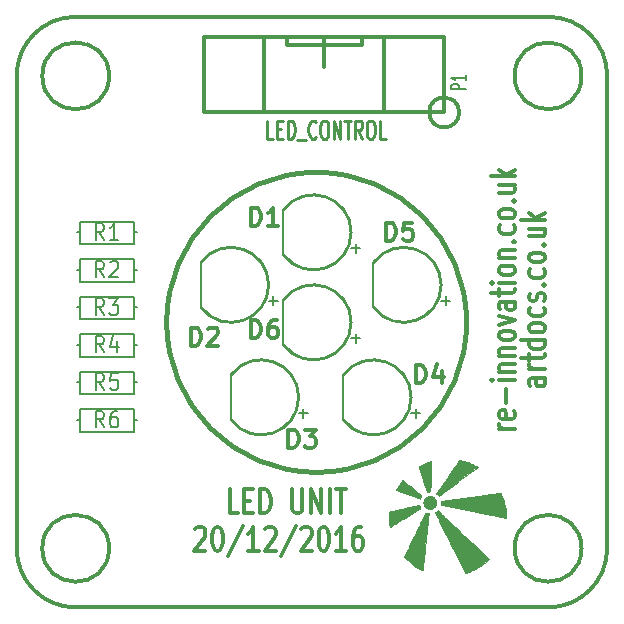
<source format=gto>
G04 #@! TF.FileFunction,Legend,Top*
%FSLAX46Y46*%
G04 Gerber Fmt 4.6, Leading zero omitted, Abs format (unit mm)*
G04 Created by KiCad (PCBNEW 4.0.4-stable) date 01/06/17 10:27:03*
%MOMM*%
%LPD*%
G01*
G04 APERTURE LIST*
%ADD10C,0.150000*%
%ADD11C,0.381000*%
%ADD12C,0.304800*%
%ADD13C,0.203200*%
%ADD14C,0.254000*%
%ADD15C,0.002540*%
%ADD16C,0.300000*%
%ADD17C,0.200000*%
G04 APERTURE END LIST*
D10*
D11*
X38100000Y24130000D02*
G75*
G03X38100000Y24130000I-12700000J0D01*
G01*
D12*
X44734238Y19431001D02*
X43669857Y19431001D01*
X43476333Y19358430D01*
X43379571Y19213287D01*
X43379571Y18923001D01*
X43476333Y18777858D01*
X44637476Y19431001D02*
X44734238Y19285858D01*
X44734238Y18923001D01*
X44637476Y18777858D01*
X44443952Y18705287D01*
X44250429Y18705287D01*
X44056905Y18777858D01*
X43960143Y18923001D01*
X43960143Y19285858D01*
X43863381Y19431001D01*
X44734238Y20156715D02*
X43379571Y20156715D01*
X43766619Y20156715D02*
X43573095Y20229287D01*
X43476333Y20301858D01*
X43379571Y20447001D01*
X43379571Y20592144D01*
X43379571Y20882430D02*
X43379571Y21463001D01*
X42702238Y21100144D02*
X44443952Y21100144D01*
X44637476Y21172716D01*
X44734238Y21317858D01*
X44734238Y21463001D01*
X44734238Y22624144D02*
X42702238Y22624144D01*
X44637476Y22624144D02*
X44734238Y22479001D01*
X44734238Y22188715D01*
X44637476Y22043573D01*
X44540714Y21971001D01*
X44347190Y21898430D01*
X43766619Y21898430D01*
X43573095Y21971001D01*
X43476333Y22043573D01*
X43379571Y22188715D01*
X43379571Y22479001D01*
X43476333Y22624144D01*
X44734238Y23567572D02*
X44637476Y23422430D01*
X44540714Y23349858D01*
X44347190Y23277287D01*
X43766619Y23277287D01*
X43573095Y23349858D01*
X43476333Y23422430D01*
X43379571Y23567572D01*
X43379571Y23785287D01*
X43476333Y23930430D01*
X43573095Y24003001D01*
X43766619Y24075572D01*
X44347190Y24075572D01*
X44540714Y24003001D01*
X44637476Y23930430D01*
X44734238Y23785287D01*
X44734238Y23567572D01*
X44637476Y25381858D02*
X44734238Y25236715D01*
X44734238Y24946429D01*
X44637476Y24801287D01*
X44540714Y24728715D01*
X44347190Y24656144D01*
X43766619Y24656144D01*
X43573095Y24728715D01*
X43476333Y24801287D01*
X43379571Y24946429D01*
X43379571Y25236715D01*
X43476333Y25381858D01*
X44637476Y25962430D02*
X44734238Y26107573D01*
X44734238Y26397858D01*
X44637476Y26543001D01*
X44443952Y26615573D01*
X44347190Y26615573D01*
X44153667Y26543001D01*
X44056905Y26397858D01*
X44056905Y26180144D01*
X43960143Y26035001D01*
X43766619Y25962430D01*
X43669857Y25962430D01*
X43476333Y26035001D01*
X43379571Y26180144D01*
X43379571Y26397858D01*
X43476333Y26543001D01*
X44540714Y27268715D02*
X44637476Y27341287D01*
X44734238Y27268715D01*
X44637476Y27196144D01*
X44540714Y27268715D01*
X44734238Y27268715D01*
X44637476Y28647572D02*
X44734238Y28502429D01*
X44734238Y28212143D01*
X44637476Y28067001D01*
X44540714Y27994429D01*
X44347190Y27921858D01*
X43766619Y27921858D01*
X43573095Y27994429D01*
X43476333Y28067001D01*
X43379571Y28212143D01*
X43379571Y28502429D01*
X43476333Y28647572D01*
X44734238Y29518429D02*
X44637476Y29373287D01*
X44540714Y29300715D01*
X44347190Y29228144D01*
X43766619Y29228144D01*
X43573095Y29300715D01*
X43476333Y29373287D01*
X43379571Y29518429D01*
X43379571Y29736144D01*
X43476333Y29881287D01*
X43573095Y29953858D01*
X43766619Y30026429D01*
X44347190Y30026429D01*
X44540714Y29953858D01*
X44637476Y29881287D01*
X44734238Y29736144D01*
X44734238Y29518429D01*
X44540714Y30679572D02*
X44637476Y30752144D01*
X44734238Y30679572D01*
X44637476Y30607001D01*
X44540714Y30679572D01*
X44734238Y30679572D01*
X43379571Y32058429D02*
X44734238Y32058429D01*
X43379571Y31405286D02*
X44443952Y31405286D01*
X44637476Y31477858D01*
X44734238Y31623000D01*
X44734238Y31840715D01*
X44637476Y31985858D01*
X44540714Y32058429D01*
X44734238Y32784143D02*
X42702238Y32784143D01*
X43960143Y32929286D02*
X44734238Y33364715D01*
X43379571Y33364715D02*
X44153667Y32784143D01*
X42194238Y15076715D02*
X40839571Y15076715D01*
X41226619Y15076715D02*
X41033095Y15149287D01*
X40936333Y15221858D01*
X40839571Y15367001D01*
X40839571Y15512144D01*
X42097476Y16600716D02*
X42194238Y16455573D01*
X42194238Y16165287D01*
X42097476Y16020144D01*
X41903952Y15947573D01*
X41129857Y15947573D01*
X40936333Y16020144D01*
X40839571Y16165287D01*
X40839571Y16455573D01*
X40936333Y16600716D01*
X41129857Y16673287D01*
X41323381Y16673287D01*
X41516905Y15947573D01*
X41420143Y17326430D02*
X41420143Y18487573D01*
X42194238Y19213287D02*
X40839571Y19213287D01*
X40162238Y19213287D02*
X40259000Y19140716D01*
X40355762Y19213287D01*
X40259000Y19285859D01*
X40162238Y19213287D01*
X40355762Y19213287D01*
X40839571Y19939001D02*
X42194238Y19939001D01*
X41033095Y19939001D02*
X40936333Y20011573D01*
X40839571Y20156715D01*
X40839571Y20374430D01*
X40936333Y20519573D01*
X41129857Y20592144D01*
X42194238Y20592144D01*
X40839571Y21317858D02*
X42194238Y21317858D01*
X41033095Y21317858D02*
X40936333Y21390430D01*
X40839571Y21535572D01*
X40839571Y21753287D01*
X40936333Y21898430D01*
X41129857Y21971001D01*
X42194238Y21971001D01*
X42194238Y22914429D02*
X42097476Y22769287D01*
X42000714Y22696715D01*
X41807190Y22624144D01*
X41226619Y22624144D01*
X41033095Y22696715D01*
X40936333Y22769287D01*
X40839571Y22914429D01*
X40839571Y23132144D01*
X40936333Y23277287D01*
X41033095Y23349858D01*
X41226619Y23422429D01*
X41807190Y23422429D01*
X42000714Y23349858D01*
X42097476Y23277287D01*
X42194238Y23132144D01*
X42194238Y22914429D01*
X40839571Y23930429D02*
X42194238Y24293286D01*
X40839571Y24656144D01*
X42194238Y25889858D02*
X41129857Y25889858D01*
X40936333Y25817287D01*
X40839571Y25672144D01*
X40839571Y25381858D01*
X40936333Y25236715D01*
X42097476Y25889858D02*
X42194238Y25744715D01*
X42194238Y25381858D01*
X42097476Y25236715D01*
X41903952Y25164144D01*
X41710429Y25164144D01*
X41516905Y25236715D01*
X41420143Y25381858D01*
X41420143Y25744715D01*
X41323381Y25889858D01*
X40839571Y26397858D02*
X40839571Y26978429D01*
X40162238Y26615572D02*
X41903952Y26615572D01*
X42097476Y26688144D01*
X42194238Y26833286D01*
X42194238Y26978429D01*
X42194238Y27486429D02*
X40839571Y27486429D01*
X40162238Y27486429D02*
X40259000Y27413858D01*
X40355762Y27486429D01*
X40259000Y27559001D01*
X40162238Y27486429D01*
X40355762Y27486429D01*
X42194238Y28429857D02*
X42097476Y28284715D01*
X42000714Y28212143D01*
X41807190Y28139572D01*
X41226619Y28139572D01*
X41033095Y28212143D01*
X40936333Y28284715D01*
X40839571Y28429857D01*
X40839571Y28647572D01*
X40936333Y28792715D01*
X41033095Y28865286D01*
X41226619Y28937857D01*
X41807190Y28937857D01*
X42000714Y28865286D01*
X42097476Y28792715D01*
X42194238Y28647572D01*
X42194238Y28429857D01*
X40839571Y29591000D02*
X42194238Y29591000D01*
X41033095Y29591000D02*
X40936333Y29663572D01*
X40839571Y29808714D01*
X40839571Y30026429D01*
X40936333Y30171572D01*
X41129857Y30244143D01*
X42194238Y30244143D01*
X42000714Y30969857D02*
X42097476Y31042429D01*
X42194238Y30969857D01*
X42097476Y30897286D01*
X42000714Y30969857D01*
X42194238Y30969857D01*
X42097476Y32348714D02*
X42194238Y32203571D01*
X42194238Y31913285D01*
X42097476Y31768143D01*
X42000714Y31695571D01*
X41807190Y31623000D01*
X41226619Y31623000D01*
X41033095Y31695571D01*
X40936333Y31768143D01*
X40839571Y31913285D01*
X40839571Y32203571D01*
X40936333Y32348714D01*
X42194238Y33219571D02*
X42097476Y33074429D01*
X42000714Y33001857D01*
X41807190Y32929286D01*
X41226619Y32929286D01*
X41033095Y33001857D01*
X40936333Y33074429D01*
X40839571Y33219571D01*
X40839571Y33437286D01*
X40936333Y33582429D01*
X41033095Y33655000D01*
X41226619Y33727571D01*
X41807190Y33727571D01*
X42000714Y33655000D01*
X42097476Y33582429D01*
X42194238Y33437286D01*
X42194238Y33219571D01*
X42000714Y34380714D02*
X42097476Y34453286D01*
X42194238Y34380714D01*
X42097476Y34308143D01*
X42000714Y34380714D01*
X42194238Y34380714D01*
X40839571Y35759571D02*
X42194238Y35759571D01*
X40839571Y35106428D02*
X41903952Y35106428D01*
X42097476Y35179000D01*
X42194238Y35324142D01*
X42194238Y35541857D01*
X42097476Y35687000D01*
X42000714Y35759571D01*
X42194238Y36485285D02*
X40162238Y36485285D01*
X41420143Y36630428D02*
X42194238Y37065857D01*
X40839571Y37065857D02*
X41613667Y36485285D01*
X15112999Y6634238D02*
X15185570Y6731000D01*
X15330713Y6827762D01*
X15693570Y6827762D01*
X15838713Y6731000D01*
X15911284Y6634238D01*
X15983856Y6440714D01*
X15983856Y6247190D01*
X15911284Y5956905D01*
X15040427Y4795762D01*
X15983856Y4795762D01*
X16927285Y6827762D02*
X17072428Y6827762D01*
X17217571Y6731000D01*
X17290142Y6634238D01*
X17362713Y6440714D01*
X17435285Y6053667D01*
X17435285Y5569857D01*
X17362713Y5182810D01*
X17290142Y4989286D01*
X17217571Y4892524D01*
X17072428Y4795762D01*
X16927285Y4795762D01*
X16782142Y4892524D01*
X16709571Y4989286D01*
X16636999Y5182810D01*
X16564428Y5569857D01*
X16564428Y6053667D01*
X16636999Y6440714D01*
X16709571Y6634238D01*
X16782142Y6731000D01*
X16927285Y6827762D01*
X19177000Y6924524D02*
X17870714Y4311952D01*
X20483285Y4795762D02*
X19612428Y4795762D01*
X20047856Y4795762D02*
X20047856Y6827762D01*
X19902713Y6537476D01*
X19757571Y6343952D01*
X19612428Y6247190D01*
X21063857Y6634238D02*
X21136428Y6731000D01*
X21281571Y6827762D01*
X21644428Y6827762D01*
X21789571Y6731000D01*
X21862142Y6634238D01*
X21934714Y6440714D01*
X21934714Y6247190D01*
X21862142Y5956905D01*
X20991285Y4795762D01*
X21934714Y4795762D01*
X23676429Y6924524D02*
X22370143Y4311952D01*
X24111857Y6634238D02*
X24184428Y6731000D01*
X24329571Y6827762D01*
X24692428Y6827762D01*
X24837571Y6731000D01*
X24910142Y6634238D01*
X24982714Y6440714D01*
X24982714Y6247190D01*
X24910142Y5956905D01*
X24039285Y4795762D01*
X24982714Y4795762D01*
X25926143Y6827762D02*
X26071286Y6827762D01*
X26216429Y6731000D01*
X26289000Y6634238D01*
X26361571Y6440714D01*
X26434143Y6053667D01*
X26434143Y5569857D01*
X26361571Y5182810D01*
X26289000Y4989286D01*
X26216429Y4892524D01*
X26071286Y4795762D01*
X25926143Y4795762D01*
X25781000Y4892524D01*
X25708429Y4989286D01*
X25635857Y5182810D01*
X25563286Y5569857D01*
X25563286Y6053667D01*
X25635857Y6440714D01*
X25708429Y6634238D01*
X25781000Y6731000D01*
X25926143Y6827762D01*
X27885572Y4795762D02*
X27014715Y4795762D01*
X27450143Y4795762D02*
X27450143Y6827762D01*
X27305000Y6537476D01*
X27159858Y6343952D01*
X27014715Y6247190D01*
X29191858Y6827762D02*
X28901572Y6827762D01*
X28756429Y6731000D01*
X28683858Y6634238D01*
X28538715Y6343952D01*
X28466144Y5956905D01*
X28466144Y5182810D01*
X28538715Y4989286D01*
X28611287Y4892524D01*
X28756429Y4795762D01*
X29046715Y4795762D01*
X29191858Y4892524D01*
X29264429Y4989286D01*
X29337001Y5182810D01*
X29337001Y5666619D01*
X29264429Y5860143D01*
X29191858Y5956905D01*
X29046715Y6053667D01*
X28756429Y6053667D01*
X28611287Y5956905D01*
X28538715Y5860143D01*
X28466144Y5666619D01*
X18759715Y7970762D02*
X18034001Y7970762D01*
X18034001Y10002762D01*
X19267715Y9035143D02*
X19775715Y9035143D01*
X19993429Y7970762D02*
X19267715Y7970762D01*
X19267715Y10002762D01*
X19993429Y10002762D01*
X20646572Y7970762D02*
X20646572Y10002762D01*
X21009429Y10002762D01*
X21227144Y9906000D01*
X21372286Y9712476D01*
X21444858Y9518952D01*
X21517429Y9131905D01*
X21517429Y8841619D01*
X21444858Y8454571D01*
X21372286Y8261048D01*
X21227144Y8067524D01*
X21009429Y7970762D01*
X20646572Y7970762D01*
X23331715Y10002762D02*
X23331715Y8357810D01*
X23404287Y8164286D01*
X23476858Y8067524D01*
X23622001Y7970762D01*
X23912287Y7970762D01*
X24057429Y8067524D01*
X24130001Y8164286D01*
X24202572Y8357810D01*
X24202572Y10002762D01*
X24928286Y7970762D02*
X24928286Y10002762D01*
X25799143Y7970762D01*
X25799143Y10002762D01*
X26524857Y7970762D02*
X26524857Y10002762D01*
X27032857Y10002762D02*
X27903714Y10002762D01*
X27468285Y7970762D02*
X27468285Y10002762D01*
D13*
X22555200Y33655000D02*
X22555200Y29845000D01*
D14*
X22608003Y29842332D02*
G75*
G03X22606000Y33655000I2537997J1907668D01*
G01*
D13*
X15570200Y29210000D02*
X15570200Y25400000D01*
D14*
X15623003Y25397332D02*
G75*
G03X15621000Y29210000I2537997J1907668D01*
G01*
D13*
X18110200Y19685000D02*
X18110200Y15875000D01*
D14*
X18163003Y15872332D02*
G75*
G03X18161000Y19685000I2537997J1907668D01*
G01*
D13*
X27635200Y19685000D02*
X27635200Y15875000D01*
D14*
X27688003Y15872332D02*
G75*
G03X27686000Y19685000I2537997J1907668D01*
G01*
D13*
X30175200Y29210000D02*
X30175200Y25400000D01*
D14*
X30228003Y25397332D02*
G75*
G03X30226000Y29210000I2537997J1907668D01*
G01*
D13*
X22555200Y26035000D02*
X22555200Y22225000D01*
D14*
X22608003Y22222332D02*
G75*
G03X22606000Y26035000I2537997J1907668D01*
G01*
D15*
G36*
X39959280Y4069080D02*
X39893240Y4005580D01*
X39710360Y3845560D01*
X39512240Y3688080D01*
X39301420Y3538220D01*
X39080440Y3395980D01*
X38856920Y3263900D01*
X38630860Y3147060D01*
X38404800Y3045460D01*
X38359080Y3025140D01*
X38313360Y3007360D01*
X38262560Y2987040D01*
X38206680Y2966720D01*
X38150800Y2946400D01*
X38100000Y2926080D01*
X38054280Y2910840D01*
X38021260Y2900680D01*
X38000940Y2895600D01*
X37998400Y2895600D01*
X37993320Y2903220D01*
X37980620Y2931160D01*
X37957760Y2971800D01*
X37929820Y3030220D01*
X37891720Y3103880D01*
X37846000Y3192780D01*
X37795200Y3294380D01*
X37736780Y3408680D01*
X37673280Y3533140D01*
X37604700Y3672840D01*
X37528500Y3820160D01*
X37449760Y3980180D01*
X37363400Y4147820D01*
X37277040Y4325620D01*
X37183060Y4511040D01*
X37086540Y4704080D01*
X36987480Y4902200D01*
X36883340Y5107940D01*
X36779200Y5316220D01*
X36703000Y5466080D01*
X36596320Y5679440D01*
X36492180Y5890260D01*
X36390580Y6093460D01*
X36294060Y6289040D01*
X36197540Y6479540D01*
X36106100Y6662420D01*
X36019740Y6837680D01*
X35938460Y7002780D01*
X35859720Y7160260D01*
X35788600Y7305040D01*
X35720020Y7439660D01*
X35659060Y7564120D01*
X35605720Y7673340D01*
X35557460Y7772400D01*
X35516820Y7856220D01*
X35481260Y7924800D01*
X35455860Y7978140D01*
X35438080Y8016240D01*
X35427920Y8036560D01*
X35425380Y8041640D01*
X35445700Y8051800D01*
X35476180Y8069580D01*
X35511740Y8094980D01*
X35549840Y8122920D01*
X35582860Y8150860D01*
X35608260Y8171180D01*
X35659060Y8216900D01*
X35803840Y8079740D01*
X35824160Y8059420D01*
X35857180Y8028940D01*
X35902900Y7983220D01*
X35961320Y7927340D01*
X36032440Y7858760D01*
X36116260Y7780020D01*
X36207700Y7691120D01*
X36309300Y7592060D01*
X36421060Y7482840D01*
X36542980Y7366000D01*
X36669980Y7244080D01*
X36807140Y7112000D01*
X36949380Y6974840D01*
X37099240Y6830060D01*
X37254180Y6682740D01*
X37411660Y6527800D01*
X37576760Y6370320D01*
X37744400Y6210300D01*
X37912040Y6045200D01*
X37955220Y6004560D01*
X39959280Y4069080D01*
X39959280Y4069080D01*
X39959280Y4069080D01*
G37*
X39959280Y4069080D02*
X39893240Y4005580D01*
X39710360Y3845560D01*
X39512240Y3688080D01*
X39301420Y3538220D01*
X39080440Y3395980D01*
X38856920Y3263900D01*
X38630860Y3147060D01*
X38404800Y3045460D01*
X38359080Y3025140D01*
X38313360Y3007360D01*
X38262560Y2987040D01*
X38206680Y2966720D01*
X38150800Y2946400D01*
X38100000Y2926080D01*
X38054280Y2910840D01*
X38021260Y2900680D01*
X38000940Y2895600D01*
X37998400Y2895600D01*
X37993320Y2903220D01*
X37980620Y2931160D01*
X37957760Y2971800D01*
X37929820Y3030220D01*
X37891720Y3103880D01*
X37846000Y3192780D01*
X37795200Y3294380D01*
X37736780Y3408680D01*
X37673280Y3533140D01*
X37604700Y3672840D01*
X37528500Y3820160D01*
X37449760Y3980180D01*
X37363400Y4147820D01*
X37277040Y4325620D01*
X37183060Y4511040D01*
X37086540Y4704080D01*
X36987480Y4902200D01*
X36883340Y5107940D01*
X36779200Y5316220D01*
X36703000Y5466080D01*
X36596320Y5679440D01*
X36492180Y5890260D01*
X36390580Y6093460D01*
X36294060Y6289040D01*
X36197540Y6479540D01*
X36106100Y6662420D01*
X36019740Y6837680D01*
X35938460Y7002780D01*
X35859720Y7160260D01*
X35788600Y7305040D01*
X35720020Y7439660D01*
X35659060Y7564120D01*
X35605720Y7673340D01*
X35557460Y7772400D01*
X35516820Y7856220D01*
X35481260Y7924800D01*
X35455860Y7978140D01*
X35438080Y8016240D01*
X35427920Y8036560D01*
X35425380Y8041640D01*
X35445700Y8051800D01*
X35476180Y8069580D01*
X35511740Y8094980D01*
X35549840Y8122920D01*
X35582860Y8150860D01*
X35608260Y8171180D01*
X35659060Y8216900D01*
X35803840Y8079740D01*
X35824160Y8059420D01*
X35857180Y8028940D01*
X35902900Y7983220D01*
X35961320Y7927340D01*
X36032440Y7858760D01*
X36116260Y7780020D01*
X36207700Y7691120D01*
X36309300Y7592060D01*
X36421060Y7482840D01*
X36542980Y7366000D01*
X36669980Y7244080D01*
X36807140Y7112000D01*
X36949380Y6974840D01*
X37099240Y6830060D01*
X37254180Y6682740D01*
X37411660Y6527800D01*
X37576760Y6370320D01*
X37744400Y6210300D01*
X37912040Y6045200D01*
X37955220Y6004560D01*
X39959280Y4069080D01*
X39959280Y4069080D01*
G36*
X34889440Y7950200D02*
X34884360Y7914640D01*
X34881820Y7901940D01*
X34879280Y7871460D01*
X34874200Y7820660D01*
X34866580Y7752080D01*
X34858960Y7668260D01*
X34848800Y7569200D01*
X34836100Y7454900D01*
X34820860Y7327900D01*
X34808160Y7188200D01*
X34790380Y7035800D01*
X34775140Y6873240D01*
X34754820Y6697980D01*
X34737040Y6517640D01*
X34716720Y6324600D01*
X34696400Y6126480D01*
X34673540Y5923280D01*
X34653220Y5712460D01*
X34635440Y5544820D01*
X34607500Y5285740D01*
X34582100Y5046980D01*
X34559240Y4823460D01*
X34538920Y4620260D01*
X34518600Y4434840D01*
X34500820Y4264660D01*
X34483040Y4109720D01*
X34467800Y3967480D01*
X34455100Y3843020D01*
X34444940Y3728720D01*
X34432240Y3627120D01*
X34424620Y3540760D01*
X34414460Y3462020D01*
X34406840Y3393440D01*
X34401760Y3337560D01*
X34396680Y3289300D01*
X34391600Y3246120D01*
X34386520Y3213100D01*
X34383980Y3187700D01*
X34381440Y3167380D01*
X34378900Y3152140D01*
X34378900Y3139440D01*
X34376360Y3131820D01*
X34376360Y3126740D01*
X34373820Y3126740D01*
X34373820Y3124200D01*
X34371280Y3124200D01*
X34371280Y3124200D01*
X34361120Y3129280D01*
X34335720Y3141980D01*
X34300160Y3159760D01*
X34254440Y3182620D01*
X34223960Y3197860D01*
X33947100Y3355340D01*
X33682940Y3525520D01*
X33434020Y3708400D01*
X33197800Y3903980D01*
X32979360Y4112260D01*
X32951420Y4137660D01*
X32910780Y4180840D01*
X32875220Y4218940D01*
X32847280Y4251960D01*
X32826960Y4272280D01*
X32819340Y4282440D01*
X32819340Y4284980D01*
X32824420Y4292600D01*
X32837120Y4320540D01*
X32857440Y4363720D01*
X32885380Y4422140D01*
X32918400Y4495800D01*
X32959040Y4582160D01*
X33007300Y4683760D01*
X33060640Y4795520D01*
X33119060Y4919980D01*
X33182560Y5054600D01*
X33251140Y5196840D01*
X33322260Y5349240D01*
X33398460Y5511800D01*
X33477200Y5679440D01*
X33561020Y5852160D01*
X33644840Y6029960D01*
X33705800Y6156960D01*
X33792160Y6337300D01*
X33875980Y6515100D01*
X33957260Y6687820D01*
X34036000Y6852920D01*
X34109660Y7010400D01*
X34180780Y7160260D01*
X34249360Y7302500D01*
X34310320Y7432040D01*
X34368740Y7551420D01*
X34419540Y7660640D01*
X34465260Y7757160D01*
X34503360Y7840980D01*
X34536380Y7909560D01*
X34561780Y7962900D01*
X34579560Y8001000D01*
X34589720Y8023860D01*
X34592260Y8028940D01*
X34602420Y8028940D01*
X34625280Y8021320D01*
X34655760Y8011160D01*
X34696400Y7995920D01*
X34744660Y7983220D01*
X34795460Y7970520D01*
X34803080Y7967980D01*
X34889440Y7950200D01*
X34889440Y7950200D01*
X34889440Y7950200D01*
G37*
X34889440Y7950200D02*
X34884360Y7914640D01*
X34881820Y7901940D01*
X34879280Y7871460D01*
X34874200Y7820660D01*
X34866580Y7752080D01*
X34858960Y7668260D01*
X34848800Y7569200D01*
X34836100Y7454900D01*
X34820860Y7327900D01*
X34808160Y7188200D01*
X34790380Y7035800D01*
X34775140Y6873240D01*
X34754820Y6697980D01*
X34737040Y6517640D01*
X34716720Y6324600D01*
X34696400Y6126480D01*
X34673540Y5923280D01*
X34653220Y5712460D01*
X34635440Y5544820D01*
X34607500Y5285740D01*
X34582100Y5046980D01*
X34559240Y4823460D01*
X34538920Y4620260D01*
X34518600Y4434840D01*
X34500820Y4264660D01*
X34483040Y4109720D01*
X34467800Y3967480D01*
X34455100Y3843020D01*
X34444940Y3728720D01*
X34432240Y3627120D01*
X34424620Y3540760D01*
X34414460Y3462020D01*
X34406840Y3393440D01*
X34401760Y3337560D01*
X34396680Y3289300D01*
X34391600Y3246120D01*
X34386520Y3213100D01*
X34383980Y3187700D01*
X34381440Y3167380D01*
X34378900Y3152140D01*
X34378900Y3139440D01*
X34376360Y3131820D01*
X34376360Y3126740D01*
X34373820Y3126740D01*
X34373820Y3124200D01*
X34371280Y3124200D01*
X34371280Y3124200D01*
X34361120Y3129280D01*
X34335720Y3141980D01*
X34300160Y3159760D01*
X34254440Y3182620D01*
X34223960Y3197860D01*
X33947100Y3355340D01*
X33682940Y3525520D01*
X33434020Y3708400D01*
X33197800Y3903980D01*
X32979360Y4112260D01*
X32951420Y4137660D01*
X32910780Y4180840D01*
X32875220Y4218940D01*
X32847280Y4251960D01*
X32826960Y4272280D01*
X32819340Y4282440D01*
X32819340Y4284980D01*
X32824420Y4292600D01*
X32837120Y4320540D01*
X32857440Y4363720D01*
X32885380Y4422140D01*
X32918400Y4495800D01*
X32959040Y4582160D01*
X33007300Y4683760D01*
X33060640Y4795520D01*
X33119060Y4919980D01*
X33182560Y5054600D01*
X33251140Y5196840D01*
X33322260Y5349240D01*
X33398460Y5511800D01*
X33477200Y5679440D01*
X33561020Y5852160D01*
X33644840Y6029960D01*
X33705800Y6156960D01*
X33792160Y6337300D01*
X33875980Y6515100D01*
X33957260Y6687820D01*
X34036000Y6852920D01*
X34109660Y7010400D01*
X34180780Y7160260D01*
X34249360Y7302500D01*
X34310320Y7432040D01*
X34368740Y7551420D01*
X34419540Y7660640D01*
X34465260Y7757160D01*
X34503360Y7840980D01*
X34536380Y7909560D01*
X34561780Y7962900D01*
X34579560Y8001000D01*
X34589720Y8023860D01*
X34592260Y8028940D01*
X34602420Y8028940D01*
X34625280Y8021320D01*
X34655760Y8011160D01*
X34696400Y7995920D01*
X34744660Y7983220D01*
X34795460Y7970520D01*
X34803080Y7967980D01*
X34889440Y7950200D01*
X34889440Y7950200D01*
G36*
X34193480Y8399780D02*
X34193480Y8394700D01*
X34183320Y8389620D01*
X34160460Y8371840D01*
X34119820Y8348980D01*
X34066480Y8315960D01*
X34000440Y8275320D01*
X33924240Y8227060D01*
X33835340Y8173720D01*
X33741360Y8112760D01*
X33634680Y8049260D01*
X33525460Y7980680D01*
X33408620Y7909560D01*
X33286700Y7833360D01*
X33162240Y7757160D01*
X33035240Y7678420D01*
X32905700Y7597140D01*
X32776160Y7518400D01*
X32649160Y7439660D01*
X32524700Y7363460D01*
X32402780Y7287260D01*
X32285940Y7216140D01*
X32174180Y7147560D01*
X32070040Y7081520D01*
X31970980Y7023100D01*
X31884620Y6967220D01*
X31805880Y6918960D01*
X31739840Y6878320D01*
X31683960Y6845300D01*
X31643320Y6819900D01*
X31617920Y6804660D01*
X31607760Y6799580D01*
X31602680Y6804660D01*
X31597600Y6827520D01*
X31592520Y6860540D01*
X31589980Y6863080D01*
X31567120Y7048500D01*
X31549340Y7241540D01*
X31541720Y7447280D01*
X31539180Y7569200D01*
X31541720Y7635240D01*
X31541720Y7706360D01*
X31544260Y7780020D01*
X31546800Y7853680D01*
X31549340Y7919720D01*
X31551880Y7983220D01*
X31556960Y8034020D01*
X31559500Y8074660D01*
X31562040Y8097520D01*
X31564580Y8102600D01*
X31574740Y8105140D01*
X31602680Y8112760D01*
X31648400Y8122920D01*
X31709360Y8138160D01*
X31783020Y8153400D01*
X31869380Y8173720D01*
X31965900Y8196580D01*
X32072580Y8221980D01*
X32186880Y8247380D01*
X32308800Y8275320D01*
X32438340Y8305800D01*
X32567880Y8333740D01*
X32702500Y8364220D01*
X32837120Y8394700D01*
X32971740Y8427720D01*
X33106360Y8455660D01*
X33235900Y8486140D01*
X33360360Y8514080D01*
X33479740Y8542020D01*
X33594040Y8567420D01*
X33695640Y8590280D01*
X33789620Y8610600D01*
X33870900Y8630920D01*
X33939480Y8646160D01*
X33995360Y8656320D01*
X34033460Y8666480D01*
X34056320Y8671560D01*
X34056320Y8671560D01*
X34074100Y8674100D01*
X34086800Y8669020D01*
X34094420Y8653780D01*
X34104580Y8623300D01*
X34114740Y8590280D01*
X34132520Y8544560D01*
X34152840Y8498840D01*
X34160460Y8486140D01*
X34178240Y8448040D01*
X34188400Y8417560D01*
X34193480Y8399780D01*
X34193480Y8399780D01*
X34193480Y8399780D01*
G37*
X34193480Y8399780D02*
X34193480Y8394700D01*
X34183320Y8389620D01*
X34160460Y8371840D01*
X34119820Y8348980D01*
X34066480Y8315960D01*
X34000440Y8275320D01*
X33924240Y8227060D01*
X33835340Y8173720D01*
X33741360Y8112760D01*
X33634680Y8049260D01*
X33525460Y7980680D01*
X33408620Y7909560D01*
X33286700Y7833360D01*
X33162240Y7757160D01*
X33035240Y7678420D01*
X32905700Y7597140D01*
X32776160Y7518400D01*
X32649160Y7439660D01*
X32524700Y7363460D01*
X32402780Y7287260D01*
X32285940Y7216140D01*
X32174180Y7147560D01*
X32070040Y7081520D01*
X31970980Y7023100D01*
X31884620Y6967220D01*
X31805880Y6918960D01*
X31739840Y6878320D01*
X31683960Y6845300D01*
X31643320Y6819900D01*
X31617920Y6804660D01*
X31607760Y6799580D01*
X31602680Y6804660D01*
X31597600Y6827520D01*
X31592520Y6860540D01*
X31589980Y6863080D01*
X31567120Y7048500D01*
X31549340Y7241540D01*
X31541720Y7447280D01*
X31539180Y7569200D01*
X31541720Y7635240D01*
X31541720Y7706360D01*
X31544260Y7780020D01*
X31546800Y7853680D01*
X31549340Y7919720D01*
X31551880Y7983220D01*
X31556960Y8034020D01*
X31559500Y8074660D01*
X31562040Y8097520D01*
X31564580Y8102600D01*
X31574740Y8105140D01*
X31602680Y8112760D01*
X31648400Y8122920D01*
X31709360Y8138160D01*
X31783020Y8153400D01*
X31869380Y8173720D01*
X31965900Y8196580D01*
X32072580Y8221980D01*
X32186880Y8247380D01*
X32308800Y8275320D01*
X32438340Y8305800D01*
X32567880Y8333740D01*
X32702500Y8364220D01*
X32837120Y8394700D01*
X32971740Y8427720D01*
X33106360Y8455660D01*
X33235900Y8486140D01*
X33360360Y8514080D01*
X33479740Y8542020D01*
X33594040Y8567420D01*
X33695640Y8590280D01*
X33789620Y8610600D01*
X33870900Y8630920D01*
X33939480Y8646160D01*
X33995360Y8656320D01*
X34033460Y8666480D01*
X34056320Y8671560D01*
X34056320Y8671560D01*
X34074100Y8674100D01*
X34086800Y8669020D01*
X34094420Y8653780D01*
X34104580Y8623300D01*
X34114740Y8590280D01*
X34132520Y8544560D01*
X34152840Y8498840D01*
X34160460Y8486140D01*
X34178240Y8448040D01*
X34188400Y8417560D01*
X34193480Y8399780D01*
X34193480Y8399780D01*
G36*
X41450260Y7693660D02*
X41450260Y7642860D01*
X41447720Y7609840D01*
X41445180Y7589520D01*
X41442640Y7579360D01*
X41435020Y7576820D01*
X41432480Y7576820D01*
X41422320Y7579360D01*
X41391840Y7584440D01*
X41343580Y7594600D01*
X41277540Y7607300D01*
X41196260Y7622540D01*
X41099740Y7642860D01*
X40987980Y7665720D01*
X40860980Y7691120D01*
X40721280Y7719060D01*
X40568880Y7749540D01*
X40406320Y7782560D01*
X40231060Y7815580D01*
X40048180Y7853680D01*
X39855140Y7891780D01*
X39651940Y7932420D01*
X39443660Y7975600D01*
X39225220Y8018780D01*
X39001700Y8064500D01*
X38775640Y8110220D01*
X38699440Y8125460D01*
X38470840Y8171180D01*
X38244780Y8216900D01*
X38026340Y8262620D01*
X37812980Y8303260D01*
X37607240Y8346440D01*
X37411660Y8384540D01*
X37223700Y8422640D01*
X37045900Y8460740D01*
X36875720Y8493760D01*
X36720780Y8524240D01*
X36576000Y8554720D01*
X36443920Y8580120D01*
X36327080Y8605520D01*
X36222940Y8625840D01*
X36136580Y8643620D01*
X36062920Y8656320D01*
X36009580Y8669020D01*
X35971480Y8676640D01*
X35953700Y8679180D01*
X35951160Y8679180D01*
X35930840Y8684260D01*
X35923220Y8694420D01*
X35923220Y8712200D01*
X35925760Y8727440D01*
X35928300Y8755380D01*
X35930840Y8796020D01*
X35930840Y8846820D01*
X35930840Y8879840D01*
X35930840Y8991600D01*
X38437820Y9344660D01*
X38658800Y9375140D01*
X38877240Y9405620D01*
X39088060Y9436100D01*
X39291260Y9464040D01*
X39486840Y9491980D01*
X39674800Y9517380D01*
X39855140Y9542780D01*
X40022780Y9568180D01*
X40180260Y9588500D01*
X40327580Y9611360D01*
X40459660Y9629140D01*
X40579040Y9646920D01*
X40685720Y9662160D01*
X40774620Y9674860D01*
X40848280Y9685020D01*
X40906700Y9692640D01*
X40944800Y9697720D01*
X40967660Y9700260D01*
X40970200Y9702800D01*
X40982900Y9702800D01*
X40990520Y9697720D01*
X41000680Y9685020D01*
X41013380Y9662160D01*
X41031160Y9624060D01*
X41038780Y9603740D01*
X41135300Y9352280D01*
X41221660Y9088120D01*
X41297860Y8816340D01*
X41356280Y8539480D01*
X41399460Y8288020D01*
X41412160Y8186420D01*
X41424860Y8079740D01*
X41435020Y7973060D01*
X41442640Y7868920D01*
X41447720Y7774940D01*
X41450260Y7696200D01*
X41450260Y7693660D01*
X41450260Y7693660D01*
X41450260Y7693660D01*
G37*
X41450260Y7693660D02*
X41450260Y7642860D01*
X41447720Y7609840D01*
X41445180Y7589520D01*
X41442640Y7579360D01*
X41435020Y7576820D01*
X41432480Y7576820D01*
X41422320Y7579360D01*
X41391840Y7584440D01*
X41343580Y7594600D01*
X41277540Y7607300D01*
X41196260Y7622540D01*
X41099740Y7642860D01*
X40987980Y7665720D01*
X40860980Y7691120D01*
X40721280Y7719060D01*
X40568880Y7749540D01*
X40406320Y7782560D01*
X40231060Y7815580D01*
X40048180Y7853680D01*
X39855140Y7891780D01*
X39651940Y7932420D01*
X39443660Y7975600D01*
X39225220Y8018780D01*
X39001700Y8064500D01*
X38775640Y8110220D01*
X38699440Y8125460D01*
X38470840Y8171180D01*
X38244780Y8216900D01*
X38026340Y8262620D01*
X37812980Y8303260D01*
X37607240Y8346440D01*
X37411660Y8384540D01*
X37223700Y8422640D01*
X37045900Y8460740D01*
X36875720Y8493760D01*
X36720780Y8524240D01*
X36576000Y8554720D01*
X36443920Y8580120D01*
X36327080Y8605520D01*
X36222940Y8625840D01*
X36136580Y8643620D01*
X36062920Y8656320D01*
X36009580Y8669020D01*
X35971480Y8676640D01*
X35953700Y8679180D01*
X35951160Y8679180D01*
X35930840Y8684260D01*
X35923220Y8694420D01*
X35923220Y8712200D01*
X35925760Y8727440D01*
X35928300Y8755380D01*
X35930840Y8796020D01*
X35930840Y8846820D01*
X35930840Y8879840D01*
X35930840Y8991600D01*
X38437820Y9344660D01*
X38658800Y9375140D01*
X38877240Y9405620D01*
X39088060Y9436100D01*
X39291260Y9464040D01*
X39486840Y9491980D01*
X39674800Y9517380D01*
X39855140Y9542780D01*
X40022780Y9568180D01*
X40180260Y9588500D01*
X40327580Y9611360D01*
X40459660Y9629140D01*
X40579040Y9646920D01*
X40685720Y9662160D01*
X40774620Y9674860D01*
X40848280Y9685020D01*
X40906700Y9692640D01*
X40944800Y9697720D01*
X40967660Y9700260D01*
X40970200Y9702800D01*
X40982900Y9702800D01*
X40990520Y9697720D01*
X41000680Y9685020D01*
X41013380Y9662160D01*
X41031160Y9624060D01*
X41038780Y9603740D01*
X41135300Y9352280D01*
X41221660Y9088120D01*
X41297860Y8816340D01*
X41356280Y8539480D01*
X41399460Y8288020D01*
X41412160Y8186420D01*
X41424860Y8079740D01*
X41435020Y7973060D01*
X41442640Y7868920D01*
X41447720Y7774940D01*
X41450260Y7696200D01*
X41450260Y7693660D01*
X41450260Y7693660D01*
G36*
X35526980Y8882380D02*
X35516820Y8788400D01*
X35491420Y8696960D01*
X35450780Y8610600D01*
X35394900Y8531860D01*
X35326320Y8465820D01*
X35247580Y8409940D01*
X35158680Y8369300D01*
X35130740Y8361680D01*
X35069780Y8348980D01*
X35006280Y8341360D01*
X34952940Y8341360D01*
X34945320Y8341360D01*
X34838640Y8361680D01*
X34742120Y8399780D01*
X34655760Y8453120D01*
X34582100Y8519160D01*
X34521140Y8600440D01*
X34475420Y8694420D01*
X34467800Y8712200D01*
X34457640Y8750300D01*
X34450020Y8785860D01*
X34447480Y8826500D01*
X34444940Y8879840D01*
X34444940Y8890000D01*
X34447480Y8943340D01*
X34450020Y8983980D01*
X34455100Y9014460D01*
X34465260Y9047480D01*
X34472880Y9067800D01*
X34521140Y9164320D01*
X34582100Y9248140D01*
X34655760Y9314180D01*
X34739580Y9367520D01*
X34833560Y9403080D01*
X34932620Y9420860D01*
X35024060Y9423400D01*
X35123120Y9405620D01*
X35217100Y9372600D01*
X35300920Y9321800D01*
X35374580Y9258300D01*
X35435540Y9179560D01*
X35483800Y9090660D01*
X35514280Y8989060D01*
X35516820Y8978900D01*
X35526980Y8882380D01*
X35526980Y8882380D01*
X35526980Y8882380D01*
G37*
X35526980Y8882380D02*
X35516820Y8788400D01*
X35491420Y8696960D01*
X35450780Y8610600D01*
X35394900Y8531860D01*
X35326320Y8465820D01*
X35247580Y8409940D01*
X35158680Y8369300D01*
X35130740Y8361680D01*
X35069780Y8348980D01*
X35006280Y8341360D01*
X34952940Y8341360D01*
X34945320Y8341360D01*
X34838640Y8361680D01*
X34742120Y8399780D01*
X34655760Y8453120D01*
X34582100Y8519160D01*
X34521140Y8600440D01*
X34475420Y8694420D01*
X34467800Y8712200D01*
X34457640Y8750300D01*
X34450020Y8785860D01*
X34447480Y8826500D01*
X34444940Y8879840D01*
X34444940Y8890000D01*
X34447480Y8943340D01*
X34450020Y8983980D01*
X34455100Y9014460D01*
X34465260Y9047480D01*
X34472880Y9067800D01*
X34521140Y9164320D01*
X34582100Y9248140D01*
X34655760Y9314180D01*
X34739580Y9367520D01*
X34833560Y9403080D01*
X34932620Y9420860D01*
X35024060Y9423400D01*
X35123120Y9405620D01*
X35217100Y9372600D01*
X35300920Y9321800D01*
X35374580Y9258300D01*
X35435540Y9179560D01*
X35483800Y9090660D01*
X35514280Y8989060D01*
X35516820Y8978900D01*
X35526980Y8882380D01*
X35526980Y8882380D01*
G36*
X34277300Y9479280D02*
X34274760Y9471660D01*
X34262060Y9448800D01*
X34241740Y9418320D01*
X34231580Y9400540D01*
X34206180Y9359900D01*
X34180780Y9314180D01*
X34163000Y9278620D01*
X34160460Y9271000D01*
X34145220Y9240520D01*
X34132520Y9222740D01*
X34124900Y9215120D01*
X34114740Y9220200D01*
X34086800Y9230360D01*
X34043620Y9245600D01*
X33982660Y9265920D01*
X33909000Y9293860D01*
X33822640Y9324340D01*
X33726120Y9359900D01*
X33619440Y9398000D01*
X33502600Y9441180D01*
X33378140Y9486900D01*
X33248600Y9535160D01*
X33119060Y9580880D01*
X32984440Y9629140D01*
X32854900Y9677400D01*
X32732980Y9723120D01*
X32616140Y9763760D01*
X32509460Y9804400D01*
X32415480Y9837420D01*
X32329120Y9870440D01*
X32258000Y9895840D01*
X32199580Y9916160D01*
X32156400Y9931400D01*
X32131000Y9941560D01*
X32123380Y9944100D01*
X32123380Y9954260D01*
X32133540Y9974580D01*
X32151320Y10007600D01*
X32174180Y10048240D01*
X32197040Y10093960D01*
X32222440Y10139680D01*
X32247840Y10182860D01*
X32268160Y10213340D01*
X32298640Y10261600D01*
X32334200Y10317480D01*
X32374840Y10378440D01*
X32418020Y10441940D01*
X32463740Y10505440D01*
X32506920Y10566400D01*
X32550100Y10624820D01*
X32588200Y10678160D01*
X32623760Y10721340D01*
X32649160Y10756900D01*
X32669480Y10777220D01*
X32677100Y10784840D01*
X32687260Y10779760D01*
X32710120Y10761980D01*
X32743140Y10731500D01*
X32791400Y10693400D01*
X32849820Y10647680D01*
X32915860Y10594340D01*
X32992060Y10533380D01*
X33073340Y10467340D01*
X33159700Y10396220D01*
X33251140Y10322560D01*
X33345120Y10243820D01*
X33441640Y10167620D01*
X33538160Y10086340D01*
X33632140Y10010140D01*
X33726120Y9933940D01*
X33817560Y9857740D01*
X33903920Y9789160D01*
X33982660Y9723120D01*
X34056320Y9662160D01*
X34122360Y9608820D01*
X34175700Y9565640D01*
X34221420Y9527540D01*
X34254440Y9499600D01*
X34272220Y9484360D01*
X34277300Y9479280D01*
X34277300Y9479280D01*
X34277300Y9479280D01*
G37*
X34277300Y9479280D02*
X34274760Y9471660D01*
X34262060Y9448800D01*
X34241740Y9418320D01*
X34231580Y9400540D01*
X34206180Y9359900D01*
X34180780Y9314180D01*
X34163000Y9278620D01*
X34160460Y9271000D01*
X34145220Y9240520D01*
X34132520Y9222740D01*
X34124900Y9215120D01*
X34114740Y9220200D01*
X34086800Y9230360D01*
X34043620Y9245600D01*
X33982660Y9265920D01*
X33909000Y9293860D01*
X33822640Y9324340D01*
X33726120Y9359900D01*
X33619440Y9398000D01*
X33502600Y9441180D01*
X33378140Y9486900D01*
X33248600Y9535160D01*
X33119060Y9580880D01*
X32984440Y9629140D01*
X32854900Y9677400D01*
X32732980Y9723120D01*
X32616140Y9763760D01*
X32509460Y9804400D01*
X32415480Y9837420D01*
X32329120Y9870440D01*
X32258000Y9895840D01*
X32199580Y9916160D01*
X32156400Y9931400D01*
X32131000Y9941560D01*
X32123380Y9944100D01*
X32123380Y9954260D01*
X32133540Y9974580D01*
X32151320Y10007600D01*
X32174180Y10048240D01*
X32197040Y10093960D01*
X32222440Y10139680D01*
X32247840Y10182860D01*
X32268160Y10213340D01*
X32298640Y10261600D01*
X32334200Y10317480D01*
X32374840Y10378440D01*
X32418020Y10441940D01*
X32463740Y10505440D01*
X32506920Y10566400D01*
X32550100Y10624820D01*
X32588200Y10678160D01*
X32623760Y10721340D01*
X32649160Y10756900D01*
X32669480Y10777220D01*
X32677100Y10784840D01*
X32687260Y10779760D01*
X32710120Y10761980D01*
X32743140Y10731500D01*
X32791400Y10693400D01*
X32849820Y10647680D01*
X32915860Y10594340D01*
X32992060Y10533380D01*
X33073340Y10467340D01*
X33159700Y10396220D01*
X33251140Y10322560D01*
X33345120Y10243820D01*
X33441640Y10167620D01*
X33538160Y10086340D01*
X33632140Y10010140D01*
X33726120Y9933940D01*
X33817560Y9857740D01*
X33903920Y9789160D01*
X33982660Y9723120D01*
X34056320Y9662160D01*
X34122360Y9608820D01*
X34175700Y9565640D01*
X34221420Y9527540D01*
X34254440Y9499600D01*
X34272220Y9484360D01*
X34277300Y9479280D01*
X34277300Y9479280D01*
G36*
X39049960Y11879580D02*
X37409120Y10660380D01*
X37249100Y10541000D01*
X37091620Y10424160D01*
X36939220Y10309860D01*
X36794440Y10203180D01*
X36654740Y10099040D01*
X36522660Y9999980D01*
X36398200Y9908540D01*
X36281360Y9822180D01*
X36177220Y9743440D01*
X36080700Y9672320D01*
X35996880Y9611360D01*
X35923220Y9555480D01*
X35864800Y9512300D01*
X35816540Y9476740D01*
X35783520Y9453880D01*
X35765740Y9441180D01*
X35763200Y9438640D01*
X35753040Y9443720D01*
X35732720Y9461500D01*
X35704780Y9489440D01*
X35679380Y9514840D01*
X35646360Y9547860D01*
X35610800Y9580880D01*
X35585400Y9606280D01*
X35572700Y9616440D01*
X35539680Y9639300D01*
X36484560Y11043920D01*
X36586160Y11196320D01*
X36685220Y11343640D01*
X36781740Y11485880D01*
X36873180Y11620500D01*
X36959540Y11750040D01*
X37040820Y11871960D01*
X37117020Y11983720D01*
X37185600Y12085320D01*
X37249100Y12179300D01*
X37302440Y12260580D01*
X37348160Y12329160D01*
X37386260Y12385040D01*
X37414200Y12425680D01*
X37431980Y12453620D01*
X37439600Y12463780D01*
X37439600Y12466320D01*
X37444680Y12471400D01*
X37457380Y12473940D01*
X37477700Y12471400D01*
X37508180Y12466320D01*
X37556440Y12458700D01*
X37566600Y12456160D01*
X37706300Y12425680D01*
X37856160Y12385040D01*
X38016180Y12334240D01*
X38178740Y12280900D01*
X38343840Y12217400D01*
X38455600Y12174220D01*
X38501320Y12153900D01*
X38559740Y12128500D01*
X38625780Y12098020D01*
X38694360Y12065000D01*
X38765480Y12029440D01*
X38834060Y11996420D01*
X38897560Y11965940D01*
X38950900Y11938000D01*
X38991540Y11915140D01*
X39011860Y11902440D01*
X39049960Y11879580D01*
X39049960Y11879580D01*
X39049960Y11879580D01*
G37*
X39049960Y11879580D02*
X37409120Y10660380D01*
X37249100Y10541000D01*
X37091620Y10424160D01*
X36939220Y10309860D01*
X36794440Y10203180D01*
X36654740Y10099040D01*
X36522660Y9999980D01*
X36398200Y9908540D01*
X36281360Y9822180D01*
X36177220Y9743440D01*
X36080700Y9672320D01*
X35996880Y9611360D01*
X35923220Y9555480D01*
X35864800Y9512300D01*
X35816540Y9476740D01*
X35783520Y9453880D01*
X35765740Y9441180D01*
X35763200Y9438640D01*
X35753040Y9443720D01*
X35732720Y9461500D01*
X35704780Y9489440D01*
X35679380Y9514840D01*
X35646360Y9547860D01*
X35610800Y9580880D01*
X35585400Y9606280D01*
X35572700Y9616440D01*
X35539680Y9639300D01*
X36484560Y11043920D01*
X36586160Y11196320D01*
X36685220Y11343640D01*
X36781740Y11485880D01*
X36873180Y11620500D01*
X36959540Y11750040D01*
X37040820Y11871960D01*
X37117020Y11983720D01*
X37185600Y12085320D01*
X37249100Y12179300D01*
X37302440Y12260580D01*
X37348160Y12329160D01*
X37386260Y12385040D01*
X37414200Y12425680D01*
X37431980Y12453620D01*
X37439600Y12463780D01*
X37439600Y12466320D01*
X37444680Y12471400D01*
X37457380Y12473940D01*
X37477700Y12471400D01*
X37508180Y12466320D01*
X37556440Y12458700D01*
X37566600Y12456160D01*
X37706300Y12425680D01*
X37856160Y12385040D01*
X38016180Y12334240D01*
X38178740Y12280900D01*
X38343840Y12217400D01*
X38455600Y12174220D01*
X38501320Y12153900D01*
X38559740Y12128500D01*
X38625780Y12098020D01*
X38694360Y12065000D01*
X38765480Y12029440D01*
X38834060Y11996420D01*
X38897560Y11965940D01*
X38950900Y11938000D01*
X38991540Y11915140D01*
X39011860Y11902440D01*
X39049960Y11879580D01*
X39049960Y11879580D01*
G36*
X35090100Y12296140D02*
X35090100Y12270740D01*
X35090100Y12227560D01*
X35087560Y12166600D01*
X35087560Y12090400D01*
X35085020Y12001500D01*
X35082480Y11899900D01*
X35079940Y11788140D01*
X35077400Y11668760D01*
X35074860Y11541760D01*
X35072320Y11412220D01*
X35067240Y11277600D01*
X35064700Y11140440D01*
X35062160Y11003280D01*
X35059620Y10866120D01*
X35054540Y10734040D01*
X35052000Y10607040D01*
X35049460Y10485120D01*
X35046920Y10370820D01*
X35044380Y10266680D01*
X35041840Y10175240D01*
X35039300Y10096500D01*
X35036760Y10030460D01*
X35034220Y9982200D01*
X35034220Y9951720D01*
X35034220Y9949180D01*
X35029140Y9817100D01*
X34952940Y9809480D01*
X34902140Y9804400D01*
X34846260Y9794240D01*
X34805620Y9786620D01*
X34770060Y9776460D01*
X34742120Y9771380D01*
X34729420Y9771380D01*
X34729420Y9771380D01*
X34726880Y9781540D01*
X34719260Y9809480D01*
X34704020Y9852660D01*
X34686240Y9913620D01*
X34660840Y9987280D01*
X34632900Y10073640D01*
X34602420Y10170160D01*
X34566860Y10279380D01*
X34528760Y10398760D01*
X34488120Y10525760D01*
X34444940Y10657840D01*
X34399220Y10797540D01*
X34383980Y10840720D01*
X34338260Y10980420D01*
X34295080Y11117580D01*
X34254440Y11247120D01*
X34213800Y11366500D01*
X34178240Y11480800D01*
X34145220Y11582400D01*
X34117280Y11673840D01*
X34091880Y11750040D01*
X34071560Y11816080D01*
X34056320Y11864340D01*
X34046160Y11897360D01*
X34041080Y11915140D01*
X34041080Y11915140D01*
X34048700Y11922760D01*
X34074100Y11935460D01*
X34112200Y11955780D01*
X34160460Y11981180D01*
X34218880Y12014200D01*
X34287460Y12047220D01*
X34328100Y12067540D01*
X34490660Y12146280D01*
X34640520Y12214860D01*
X34777680Y12273280D01*
X34899600Y12321540D01*
X35006280Y12357100D01*
X35006280Y12357100D01*
X35090100Y12382500D01*
X35090100Y12296140D01*
X35090100Y12296140D01*
X35090100Y12296140D01*
G37*
X35090100Y12296140D02*
X35090100Y12270740D01*
X35090100Y12227560D01*
X35087560Y12166600D01*
X35087560Y12090400D01*
X35085020Y12001500D01*
X35082480Y11899900D01*
X35079940Y11788140D01*
X35077400Y11668760D01*
X35074860Y11541760D01*
X35072320Y11412220D01*
X35067240Y11277600D01*
X35064700Y11140440D01*
X35062160Y11003280D01*
X35059620Y10866120D01*
X35054540Y10734040D01*
X35052000Y10607040D01*
X35049460Y10485120D01*
X35046920Y10370820D01*
X35044380Y10266680D01*
X35041840Y10175240D01*
X35039300Y10096500D01*
X35036760Y10030460D01*
X35034220Y9982200D01*
X35034220Y9951720D01*
X35034220Y9949180D01*
X35029140Y9817100D01*
X34952940Y9809480D01*
X34902140Y9804400D01*
X34846260Y9794240D01*
X34805620Y9786620D01*
X34770060Y9776460D01*
X34742120Y9771380D01*
X34729420Y9771380D01*
X34729420Y9771380D01*
X34726880Y9781540D01*
X34719260Y9809480D01*
X34704020Y9852660D01*
X34686240Y9913620D01*
X34660840Y9987280D01*
X34632900Y10073640D01*
X34602420Y10170160D01*
X34566860Y10279380D01*
X34528760Y10398760D01*
X34488120Y10525760D01*
X34444940Y10657840D01*
X34399220Y10797540D01*
X34383980Y10840720D01*
X34338260Y10980420D01*
X34295080Y11117580D01*
X34254440Y11247120D01*
X34213800Y11366500D01*
X34178240Y11480800D01*
X34145220Y11582400D01*
X34117280Y11673840D01*
X34091880Y11750040D01*
X34071560Y11816080D01*
X34056320Y11864340D01*
X34046160Y11897360D01*
X34041080Y11915140D01*
X34041080Y11915140D01*
X34048700Y11922760D01*
X34074100Y11935460D01*
X34112200Y11955780D01*
X34160460Y11981180D01*
X34218880Y12014200D01*
X34287460Y12047220D01*
X34328100Y12067540D01*
X34490660Y12146280D01*
X34640520Y12214860D01*
X34777680Y12273280D01*
X34899600Y12321540D01*
X35006280Y12357100D01*
X35006280Y12357100D01*
X35090100Y12382500D01*
X35090100Y12296140D01*
X35090100Y12296140D01*
D16*
X7828427Y45000000D02*
G75*
G03X7828427Y45000000I-2828427J0D01*
G01*
X7828427Y5000000D02*
G75*
G03X7828427Y5000000I-2828427J0D01*
G01*
X47828427Y5000000D02*
G75*
G03X47828427Y5000000I-2828427J0D01*
G01*
X47828427Y45000000D02*
G75*
G03X47828427Y45000000I-2828427J0D01*
G01*
X45000000Y50000000D02*
X5000000Y50000000D01*
X50000000Y5000000D02*
X50000000Y45000000D01*
X5000000Y0D02*
X45000000Y0D01*
X0Y45000000D02*
X0Y5000000D01*
X0Y5000000D02*
G75*
G03X5000000Y0I5000000J0D01*
G01*
X45000000Y0D02*
G75*
G03X50000000Y5000000I0J5000000D01*
G01*
X50000000Y45000000D02*
G75*
G03X45000000Y50000000I-5000000J0D01*
G01*
X5000000Y50000000D02*
G75*
G03X0Y45000000I0J-5000000D01*
G01*
X29210000Y48260000D02*
X29210000Y47625000D01*
X29210000Y47625000D02*
X22860000Y47625000D01*
X22860000Y47625000D02*
X22860000Y48260000D01*
X37465000Y41910000D02*
G75*
G03X37465000Y41910000I-1270000J0D01*
G01*
X20955000Y41910000D02*
X20955000Y48260000D01*
X26035000Y45720000D02*
X26035000Y48260000D01*
X31115000Y41910000D02*
X31115000Y48260000D01*
X36195000Y41910000D02*
X15875000Y41910000D01*
X15875000Y41910000D02*
X15875000Y48260000D01*
X15875000Y48260000D02*
X36195000Y48260000D01*
X36195000Y48260000D02*
X36195000Y41910000D01*
D17*
X9906000Y31750000D02*
X10160000Y31750000D01*
X5334000Y31750000D02*
X5080000Y31750000D01*
X9906000Y30734000D02*
X9906000Y32639000D01*
X9906000Y32639000D02*
X5334000Y32639000D01*
X5334000Y32639000D02*
X5334000Y30734000D01*
X5334000Y30734000D02*
X9906000Y30734000D01*
X9906000Y28575000D02*
X10160000Y28575000D01*
X5334000Y28575000D02*
X5080000Y28575000D01*
X9906000Y27559000D02*
X9906000Y29464000D01*
X9906000Y29464000D02*
X5334000Y29464000D01*
X5334000Y29464000D02*
X5334000Y27559000D01*
X5334000Y27559000D02*
X9906000Y27559000D01*
X9906000Y25400000D02*
X10160000Y25400000D01*
X5334000Y25400000D02*
X5080000Y25400000D01*
X9906000Y24384000D02*
X9906000Y26289000D01*
X9906000Y26289000D02*
X5334000Y26289000D01*
X5334000Y26289000D02*
X5334000Y24384000D01*
X5334000Y24384000D02*
X9906000Y24384000D01*
X9906000Y22225000D02*
X10160000Y22225000D01*
X5334000Y22225000D02*
X5080000Y22225000D01*
X9906000Y21209000D02*
X9906000Y23114000D01*
X9906000Y23114000D02*
X5334000Y23114000D01*
X5334000Y23114000D02*
X5334000Y21209000D01*
X5334000Y21209000D02*
X9906000Y21209000D01*
X9906000Y19050000D02*
X10160000Y19050000D01*
X5334000Y19050000D02*
X5080000Y19050000D01*
X9906000Y18034000D02*
X9906000Y19939000D01*
X9906000Y19939000D02*
X5334000Y19939000D01*
X5334000Y19939000D02*
X5334000Y18034000D01*
X5334000Y18034000D02*
X9906000Y18034000D01*
X9906000Y15875000D02*
X10160000Y15875000D01*
X5334000Y15875000D02*
X5080000Y15875000D01*
X9906000Y14859000D02*
X9906000Y16764000D01*
X9906000Y16764000D02*
X5334000Y16764000D01*
X5334000Y16764000D02*
X5334000Y14859000D01*
X5334000Y14859000D02*
X9906000Y14859000D01*
D12*
X19830143Y32330571D02*
X19830143Y33854571D01*
X20193000Y33854571D01*
X20410715Y33782000D01*
X20555857Y33636857D01*
X20628429Y33491714D01*
X20701000Y33201429D01*
X20701000Y32983714D01*
X20628429Y32693429D01*
X20555857Y32548286D01*
X20410715Y32403143D01*
X20193000Y32330571D01*
X19830143Y32330571D01*
X22152429Y32330571D02*
X21281572Y32330571D01*
X21717000Y32330571D02*
X21717000Y33854571D01*
X21571857Y33636857D01*
X21426715Y33491714D01*
X21281572Y33419143D01*
D10*
X28321048Y30408571D02*
X29082953Y30408571D01*
X28702001Y30027619D02*
X28702001Y30789524D01*
D12*
X14750143Y22170571D02*
X14750143Y23694571D01*
X15113000Y23694571D01*
X15330715Y23622000D01*
X15475857Y23476857D01*
X15548429Y23331714D01*
X15621000Y23041429D01*
X15621000Y22823714D01*
X15548429Y22533429D01*
X15475857Y22388286D01*
X15330715Y22243143D01*
X15113000Y22170571D01*
X14750143Y22170571D01*
X16201572Y23549429D02*
X16274143Y23622000D01*
X16419286Y23694571D01*
X16782143Y23694571D01*
X16927286Y23622000D01*
X16999857Y23549429D01*
X17072429Y23404286D01*
X17072429Y23259143D01*
X16999857Y23041429D01*
X16129000Y22170571D01*
X17072429Y22170571D01*
D10*
X21336048Y25963571D02*
X22097953Y25963571D01*
X21717001Y25582619D02*
X21717001Y26344524D01*
D12*
X23005143Y13534571D02*
X23005143Y15058571D01*
X23368000Y15058571D01*
X23585715Y14986000D01*
X23730857Y14840857D01*
X23803429Y14695714D01*
X23876000Y14405429D01*
X23876000Y14187714D01*
X23803429Y13897429D01*
X23730857Y13752286D01*
X23585715Y13607143D01*
X23368000Y13534571D01*
X23005143Y13534571D01*
X24384000Y15058571D02*
X25327429Y15058571D01*
X24819429Y14478000D01*
X25037143Y14478000D01*
X25182286Y14405429D01*
X25254857Y14332857D01*
X25327429Y14187714D01*
X25327429Y13824857D01*
X25254857Y13679714D01*
X25182286Y13607143D01*
X25037143Y13534571D01*
X24601715Y13534571D01*
X24456572Y13607143D01*
X24384000Y13679714D01*
D10*
X23876048Y16438571D02*
X24637953Y16438571D01*
X24257001Y16057619D02*
X24257001Y16819524D01*
D12*
X33800143Y18995571D02*
X33800143Y20519571D01*
X34163000Y20519571D01*
X34380715Y20447000D01*
X34525857Y20301857D01*
X34598429Y20156714D01*
X34671000Y19866429D01*
X34671000Y19648714D01*
X34598429Y19358429D01*
X34525857Y19213286D01*
X34380715Y19068143D01*
X34163000Y18995571D01*
X33800143Y18995571D01*
X35977286Y20011571D02*
X35977286Y18995571D01*
X35614429Y20592143D02*
X35251572Y19503571D01*
X36195000Y19503571D01*
D10*
X33401048Y16438571D02*
X34162953Y16438571D01*
X33782001Y16057619D02*
X33782001Y16819524D01*
D12*
X31260143Y31060571D02*
X31260143Y32584571D01*
X31623000Y32584571D01*
X31840715Y32512000D01*
X31985857Y32366857D01*
X32058429Y32221714D01*
X32131000Y31931429D01*
X32131000Y31713714D01*
X32058429Y31423429D01*
X31985857Y31278286D01*
X31840715Y31133143D01*
X31623000Y31060571D01*
X31260143Y31060571D01*
X33509857Y32584571D02*
X32784143Y32584571D01*
X32711572Y31858857D01*
X32784143Y31931429D01*
X32929286Y32004000D01*
X33292143Y32004000D01*
X33437286Y31931429D01*
X33509857Y31858857D01*
X33582429Y31713714D01*
X33582429Y31350857D01*
X33509857Y31205714D01*
X33437286Y31133143D01*
X33292143Y31060571D01*
X32929286Y31060571D01*
X32784143Y31133143D01*
X32711572Y31205714D01*
D10*
X35941048Y25963571D02*
X36702953Y25963571D01*
X36322001Y25582619D02*
X36322001Y26344524D01*
D12*
X19830143Y22805571D02*
X19830143Y24329571D01*
X20193000Y24329571D01*
X20410715Y24257000D01*
X20555857Y24111857D01*
X20628429Y23966714D01*
X20701000Y23676429D01*
X20701000Y23458714D01*
X20628429Y23168429D01*
X20555857Y23023286D01*
X20410715Y22878143D01*
X20193000Y22805571D01*
X19830143Y22805571D01*
X22007286Y24329571D02*
X21717000Y24329571D01*
X21571857Y24257000D01*
X21499286Y24184429D01*
X21354143Y23966714D01*
X21281572Y23676429D01*
X21281572Y23095857D01*
X21354143Y22950714D01*
X21426715Y22878143D01*
X21571857Y22805571D01*
X21862143Y22805571D01*
X22007286Y22878143D01*
X22079857Y22950714D01*
X22152429Y23095857D01*
X22152429Y23458714D01*
X22079857Y23603857D01*
X22007286Y23676429D01*
X21862143Y23749000D01*
X21571857Y23749000D01*
X21426715Y23676429D01*
X21354143Y23603857D01*
X21281572Y23458714D01*
D10*
X28321048Y22788571D02*
X29082953Y22788571D01*
X28702001Y22407619D02*
X28702001Y23169524D01*
D17*
X38007857Y43859524D02*
X36807857Y43859524D01*
X36807857Y44164286D01*
X36865000Y44240477D01*
X36922143Y44278572D01*
X37036429Y44316667D01*
X37207857Y44316667D01*
X37322143Y44278572D01*
X37379286Y44240477D01*
X37436429Y44164286D01*
X37436429Y43859524D01*
X38007857Y45078572D02*
X38007857Y44621429D01*
X38007857Y44850000D02*
X36807857Y44850000D01*
X36979286Y44773810D01*
X37093571Y44697619D01*
X37150714Y44621429D01*
D14*
X21710953Y39696571D02*
X21227144Y39696571D01*
X21227144Y41220571D01*
X22049620Y40494857D02*
X22388286Y40494857D01*
X22533429Y39696571D02*
X22049620Y39696571D01*
X22049620Y41220571D01*
X22533429Y41220571D01*
X22968858Y39696571D02*
X22968858Y41220571D01*
X23210763Y41220571D01*
X23355905Y41148000D01*
X23452667Y41002857D01*
X23501048Y40857714D01*
X23549429Y40567429D01*
X23549429Y40349714D01*
X23501048Y40059429D01*
X23452667Y39914286D01*
X23355905Y39769143D01*
X23210763Y39696571D01*
X22968858Y39696571D01*
X23742953Y39551429D02*
X24517048Y39551429D01*
X25339524Y39841714D02*
X25291143Y39769143D01*
X25146000Y39696571D01*
X25049238Y39696571D01*
X24904096Y39769143D01*
X24807334Y39914286D01*
X24758953Y40059429D01*
X24710572Y40349714D01*
X24710572Y40567429D01*
X24758953Y40857714D01*
X24807334Y41002857D01*
X24904096Y41148000D01*
X25049238Y41220571D01*
X25146000Y41220571D01*
X25291143Y41148000D01*
X25339524Y41075429D01*
X25968477Y41220571D02*
X26162000Y41220571D01*
X26258762Y41148000D01*
X26355524Y41002857D01*
X26403905Y40712571D01*
X26403905Y40204571D01*
X26355524Y39914286D01*
X26258762Y39769143D01*
X26162000Y39696571D01*
X25968477Y39696571D01*
X25871715Y39769143D01*
X25774953Y39914286D01*
X25726572Y40204571D01*
X25726572Y40712571D01*
X25774953Y41002857D01*
X25871715Y41148000D01*
X25968477Y41220571D01*
X26839334Y39696571D02*
X26839334Y41220571D01*
X27419905Y39696571D01*
X27419905Y41220571D01*
X27758572Y41220571D02*
X28339143Y41220571D01*
X28048858Y39696571D02*
X28048858Y41220571D01*
X29258381Y39696571D02*
X28919715Y40422286D01*
X28677810Y39696571D02*
X28677810Y41220571D01*
X29064857Y41220571D01*
X29161619Y41148000D01*
X29210000Y41075429D01*
X29258381Y40930286D01*
X29258381Y40712571D01*
X29210000Y40567429D01*
X29161619Y40494857D01*
X29064857Y40422286D01*
X28677810Y40422286D01*
X29887334Y41220571D02*
X30080857Y41220571D01*
X30177619Y41148000D01*
X30274381Y41002857D01*
X30322762Y40712571D01*
X30322762Y40204571D01*
X30274381Y39914286D01*
X30177619Y39769143D01*
X30080857Y39696571D01*
X29887334Y39696571D01*
X29790572Y39769143D01*
X29693810Y39914286D01*
X29645429Y40204571D01*
X29645429Y40712571D01*
X29693810Y41002857D01*
X29790572Y41148000D01*
X29887334Y41220571D01*
X31242000Y39696571D02*
X30758191Y39696571D01*
X30758191Y41220571D01*
D13*
X7408333Y31118024D02*
X6985000Y31783262D01*
X6682619Y31118024D02*
X6682619Y32515024D01*
X7166428Y32515024D01*
X7287381Y32448500D01*
X7347857Y32381976D01*
X7408333Y32248929D01*
X7408333Y32049357D01*
X7347857Y31916310D01*
X7287381Y31849786D01*
X7166428Y31783262D01*
X6682619Y31783262D01*
X8617857Y31118024D02*
X7892143Y31118024D01*
X8255000Y31118024D02*
X8255000Y32515024D01*
X8134048Y32315452D01*
X8013095Y32182405D01*
X7892143Y32115881D01*
X7408333Y27943024D02*
X6985000Y28608262D01*
X6682619Y27943024D02*
X6682619Y29340024D01*
X7166428Y29340024D01*
X7287381Y29273500D01*
X7347857Y29206976D01*
X7408333Y29073929D01*
X7408333Y28874357D01*
X7347857Y28741310D01*
X7287381Y28674786D01*
X7166428Y28608262D01*
X6682619Y28608262D01*
X7892143Y29206976D02*
X7952619Y29273500D01*
X8073571Y29340024D01*
X8375952Y29340024D01*
X8496905Y29273500D01*
X8557381Y29206976D01*
X8617857Y29073929D01*
X8617857Y28940881D01*
X8557381Y28741310D01*
X7831667Y27943024D01*
X8617857Y27943024D01*
X7408333Y24768024D02*
X6985000Y25433262D01*
X6682619Y24768024D02*
X6682619Y26165024D01*
X7166428Y26165024D01*
X7287381Y26098500D01*
X7347857Y26031976D01*
X7408333Y25898929D01*
X7408333Y25699357D01*
X7347857Y25566310D01*
X7287381Y25499786D01*
X7166428Y25433262D01*
X6682619Y25433262D01*
X7831667Y26165024D02*
X8617857Y26165024D01*
X8194524Y25632833D01*
X8375952Y25632833D01*
X8496905Y25566310D01*
X8557381Y25499786D01*
X8617857Y25366738D01*
X8617857Y25034119D01*
X8557381Y24901071D01*
X8496905Y24834548D01*
X8375952Y24768024D01*
X8013095Y24768024D01*
X7892143Y24834548D01*
X7831667Y24901071D01*
X7408333Y21593024D02*
X6985000Y22258262D01*
X6682619Y21593024D02*
X6682619Y22990024D01*
X7166428Y22990024D01*
X7287381Y22923500D01*
X7347857Y22856976D01*
X7408333Y22723929D01*
X7408333Y22524357D01*
X7347857Y22391310D01*
X7287381Y22324786D01*
X7166428Y22258262D01*
X6682619Y22258262D01*
X8496905Y22524357D02*
X8496905Y21593024D01*
X8194524Y23056548D02*
X7892143Y22058690D01*
X8678333Y22058690D01*
X7408333Y18418024D02*
X6985000Y19083262D01*
X6682619Y18418024D02*
X6682619Y19815024D01*
X7166428Y19815024D01*
X7287381Y19748500D01*
X7347857Y19681976D01*
X7408333Y19548929D01*
X7408333Y19349357D01*
X7347857Y19216310D01*
X7287381Y19149786D01*
X7166428Y19083262D01*
X6682619Y19083262D01*
X8557381Y19815024D02*
X7952619Y19815024D01*
X7892143Y19149786D01*
X7952619Y19216310D01*
X8073571Y19282833D01*
X8375952Y19282833D01*
X8496905Y19216310D01*
X8557381Y19149786D01*
X8617857Y19016738D01*
X8617857Y18684119D01*
X8557381Y18551071D01*
X8496905Y18484548D01*
X8375952Y18418024D01*
X8073571Y18418024D01*
X7952619Y18484548D01*
X7892143Y18551071D01*
X7408333Y15243024D02*
X6985000Y15908262D01*
X6682619Y15243024D02*
X6682619Y16640024D01*
X7166428Y16640024D01*
X7287381Y16573500D01*
X7347857Y16506976D01*
X7408333Y16373929D01*
X7408333Y16174357D01*
X7347857Y16041310D01*
X7287381Y15974786D01*
X7166428Y15908262D01*
X6682619Y15908262D01*
X8496905Y16640024D02*
X8255000Y16640024D01*
X8134048Y16573500D01*
X8073571Y16506976D01*
X7952619Y16307405D01*
X7892143Y16041310D01*
X7892143Y15509119D01*
X7952619Y15376071D01*
X8013095Y15309548D01*
X8134048Y15243024D01*
X8375952Y15243024D01*
X8496905Y15309548D01*
X8557381Y15376071D01*
X8617857Y15509119D01*
X8617857Y15841738D01*
X8557381Y15974786D01*
X8496905Y16041310D01*
X8375952Y16107833D01*
X8134048Y16107833D01*
X8013095Y16041310D01*
X7952619Y15974786D01*
X7892143Y15841738D01*
M02*

</source>
